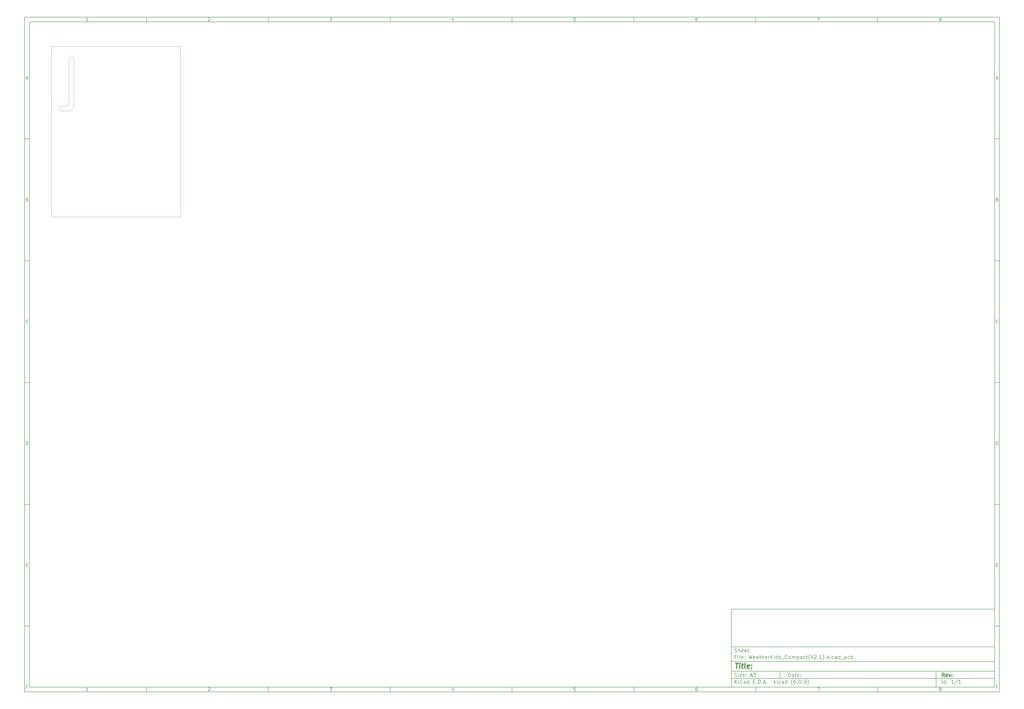
<source format=gbr>
%TF.GenerationSoftware,KiCad,Pcbnew,(6.0.9)*%
%TF.CreationDate,2023-07-16T00:02:42+05:30*%
%TF.ProjectId,WeatherKids_Compact(V2.1),57656174-6865-4724-9b69-64735f436f6d,rev?*%
%TF.SameCoordinates,Original*%
%TF.FileFunction,Glue,Bot*%
%TF.FilePolarity,Positive*%
%FSLAX46Y46*%
G04 Gerber Fmt 4.6, Leading zero omitted, Abs format (unit mm)*
G04 Created by KiCad (PCBNEW (6.0.9)) date 2023-07-16 00:02:42*
%MOMM*%
%LPD*%
G01*
G04 APERTURE LIST*
%ADD10C,0.100000*%
%ADD11C,0.150000*%
%ADD12C,0.300000*%
%ADD13C,0.400000*%
%TA.AperFunction,Profile*%
%ADD14C,0.050000*%
%TD*%
G04 APERTURE END LIST*
D10*
D11*
X299989000Y-253002200D02*
X299989000Y-285002200D01*
X407989000Y-285002200D01*
X407989000Y-253002200D01*
X299989000Y-253002200D01*
D10*
D11*
X10000000Y-10000000D02*
X10000000Y-287002200D01*
X409989000Y-287002200D01*
X409989000Y-10000000D01*
X10000000Y-10000000D01*
D10*
D11*
X12000000Y-12000000D02*
X12000000Y-285002200D01*
X407989000Y-285002200D01*
X407989000Y-12000000D01*
X12000000Y-12000000D01*
D10*
D11*
X60000000Y-12000000D02*
X60000000Y-10000000D01*
D10*
D11*
X110000000Y-12000000D02*
X110000000Y-10000000D01*
D10*
D11*
X160000000Y-12000000D02*
X160000000Y-10000000D01*
D10*
D11*
X210000000Y-12000000D02*
X210000000Y-10000000D01*
D10*
D11*
X260000000Y-12000000D02*
X260000000Y-10000000D01*
D10*
D11*
X310000000Y-12000000D02*
X310000000Y-10000000D01*
D10*
D11*
X360000000Y-12000000D02*
X360000000Y-10000000D01*
D10*
D11*
X36065476Y-11588095D02*
X35322619Y-11588095D01*
X35694047Y-11588095D02*
X35694047Y-10288095D01*
X35570238Y-10473809D01*
X35446428Y-10597619D01*
X35322619Y-10659523D01*
D10*
D11*
X85322619Y-10411904D02*
X85384523Y-10350000D01*
X85508333Y-10288095D01*
X85817857Y-10288095D01*
X85941666Y-10350000D01*
X86003571Y-10411904D01*
X86065476Y-10535714D01*
X86065476Y-10659523D01*
X86003571Y-10845238D01*
X85260714Y-11588095D01*
X86065476Y-11588095D01*
D10*
D11*
X135260714Y-10288095D02*
X136065476Y-10288095D01*
X135632142Y-10783333D01*
X135817857Y-10783333D01*
X135941666Y-10845238D01*
X136003571Y-10907142D01*
X136065476Y-11030952D01*
X136065476Y-11340476D01*
X136003571Y-11464285D01*
X135941666Y-11526190D01*
X135817857Y-11588095D01*
X135446428Y-11588095D01*
X135322619Y-11526190D01*
X135260714Y-11464285D01*
D10*
D11*
X185941666Y-10721428D02*
X185941666Y-11588095D01*
X185632142Y-10226190D02*
X185322619Y-11154761D01*
X186127380Y-11154761D01*
D10*
D11*
X236003571Y-10288095D02*
X235384523Y-10288095D01*
X235322619Y-10907142D01*
X235384523Y-10845238D01*
X235508333Y-10783333D01*
X235817857Y-10783333D01*
X235941666Y-10845238D01*
X236003571Y-10907142D01*
X236065476Y-11030952D01*
X236065476Y-11340476D01*
X236003571Y-11464285D01*
X235941666Y-11526190D01*
X235817857Y-11588095D01*
X235508333Y-11588095D01*
X235384523Y-11526190D01*
X235322619Y-11464285D01*
D10*
D11*
X285941666Y-10288095D02*
X285694047Y-10288095D01*
X285570238Y-10350000D01*
X285508333Y-10411904D01*
X285384523Y-10597619D01*
X285322619Y-10845238D01*
X285322619Y-11340476D01*
X285384523Y-11464285D01*
X285446428Y-11526190D01*
X285570238Y-11588095D01*
X285817857Y-11588095D01*
X285941666Y-11526190D01*
X286003571Y-11464285D01*
X286065476Y-11340476D01*
X286065476Y-11030952D01*
X286003571Y-10907142D01*
X285941666Y-10845238D01*
X285817857Y-10783333D01*
X285570238Y-10783333D01*
X285446428Y-10845238D01*
X285384523Y-10907142D01*
X285322619Y-11030952D01*
D10*
D11*
X335260714Y-10288095D02*
X336127380Y-10288095D01*
X335570238Y-11588095D01*
D10*
D11*
X385570238Y-10845238D02*
X385446428Y-10783333D01*
X385384523Y-10721428D01*
X385322619Y-10597619D01*
X385322619Y-10535714D01*
X385384523Y-10411904D01*
X385446428Y-10350000D01*
X385570238Y-10288095D01*
X385817857Y-10288095D01*
X385941666Y-10350000D01*
X386003571Y-10411904D01*
X386065476Y-10535714D01*
X386065476Y-10597619D01*
X386003571Y-10721428D01*
X385941666Y-10783333D01*
X385817857Y-10845238D01*
X385570238Y-10845238D01*
X385446428Y-10907142D01*
X385384523Y-10969047D01*
X385322619Y-11092857D01*
X385322619Y-11340476D01*
X385384523Y-11464285D01*
X385446428Y-11526190D01*
X385570238Y-11588095D01*
X385817857Y-11588095D01*
X385941666Y-11526190D01*
X386003571Y-11464285D01*
X386065476Y-11340476D01*
X386065476Y-11092857D01*
X386003571Y-10969047D01*
X385941666Y-10907142D01*
X385817857Y-10845238D01*
D10*
D11*
X60000000Y-285002200D02*
X60000000Y-287002200D01*
D10*
D11*
X110000000Y-285002200D02*
X110000000Y-287002200D01*
D10*
D11*
X160000000Y-285002200D02*
X160000000Y-287002200D01*
D10*
D11*
X210000000Y-285002200D02*
X210000000Y-287002200D01*
D10*
D11*
X260000000Y-285002200D02*
X260000000Y-287002200D01*
D10*
D11*
X310000000Y-285002200D02*
X310000000Y-287002200D01*
D10*
D11*
X360000000Y-285002200D02*
X360000000Y-287002200D01*
D10*
D11*
X36065476Y-286590295D02*
X35322619Y-286590295D01*
X35694047Y-286590295D02*
X35694047Y-285290295D01*
X35570238Y-285476009D01*
X35446428Y-285599819D01*
X35322619Y-285661723D01*
D10*
D11*
X85322619Y-285414104D02*
X85384523Y-285352200D01*
X85508333Y-285290295D01*
X85817857Y-285290295D01*
X85941666Y-285352200D01*
X86003571Y-285414104D01*
X86065476Y-285537914D01*
X86065476Y-285661723D01*
X86003571Y-285847438D01*
X85260714Y-286590295D01*
X86065476Y-286590295D01*
D10*
D11*
X135260714Y-285290295D02*
X136065476Y-285290295D01*
X135632142Y-285785533D01*
X135817857Y-285785533D01*
X135941666Y-285847438D01*
X136003571Y-285909342D01*
X136065476Y-286033152D01*
X136065476Y-286342676D01*
X136003571Y-286466485D01*
X135941666Y-286528390D01*
X135817857Y-286590295D01*
X135446428Y-286590295D01*
X135322619Y-286528390D01*
X135260714Y-286466485D01*
D10*
D11*
X185941666Y-285723628D02*
X185941666Y-286590295D01*
X185632142Y-285228390D02*
X185322619Y-286156961D01*
X186127380Y-286156961D01*
D10*
D11*
X236003571Y-285290295D02*
X235384523Y-285290295D01*
X235322619Y-285909342D01*
X235384523Y-285847438D01*
X235508333Y-285785533D01*
X235817857Y-285785533D01*
X235941666Y-285847438D01*
X236003571Y-285909342D01*
X236065476Y-286033152D01*
X236065476Y-286342676D01*
X236003571Y-286466485D01*
X235941666Y-286528390D01*
X235817857Y-286590295D01*
X235508333Y-286590295D01*
X235384523Y-286528390D01*
X235322619Y-286466485D01*
D10*
D11*
X285941666Y-285290295D02*
X285694047Y-285290295D01*
X285570238Y-285352200D01*
X285508333Y-285414104D01*
X285384523Y-285599819D01*
X285322619Y-285847438D01*
X285322619Y-286342676D01*
X285384523Y-286466485D01*
X285446428Y-286528390D01*
X285570238Y-286590295D01*
X285817857Y-286590295D01*
X285941666Y-286528390D01*
X286003571Y-286466485D01*
X286065476Y-286342676D01*
X286065476Y-286033152D01*
X286003571Y-285909342D01*
X285941666Y-285847438D01*
X285817857Y-285785533D01*
X285570238Y-285785533D01*
X285446428Y-285847438D01*
X285384523Y-285909342D01*
X285322619Y-286033152D01*
D10*
D11*
X335260714Y-285290295D02*
X336127380Y-285290295D01*
X335570238Y-286590295D01*
D10*
D11*
X385570238Y-285847438D02*
X385446428Y-285785533D01*
X385384523Y-285723628D01*
X385322619Y-285599819D01*
X385322619Y-285537914D01*
X385384523Y-285414104D01*
X385446428Y-285352200D01*
X385570238Y-285290295D01*
X385817857Y-285290295D01*
X385941666Y-285352200D01*
X386003571Y-285414104D01*
X386065476Y-285537914D01*
X386065476Y-285599819D01*
X386003571Y-285723628D01*
X385941666Y-285785533D01*
X385817857Y-285847438D01*
X385570238Y-285847438D01*
X385446428Y-285909342D01*
X385384523Y-285971247D01*
X385322619Y-286095057D01*
X385322619Y-286342676D01*
X385384523Y-286466485D01*
X385446428Y-286528390D01*
X385570238Y-286590295D01*
X385817857Y-286590295D01*
X385941666Y-286528390D01*
X386003571Y-286466485D01*
X386065476Y-286342676D01*
X386065476Y-286095057D01*
X386003571Y-285971247D01*
X385941666Y-285909342D01*
X385817857Y-285847438D01*
D10*
D11*
X10000000Y-60000000D02*
X12000000Y-60000000D01*
D10*
D11*
X10000000Y-110000000D02*
X12000000Y-110000000D01*
D10*
D11*
X10000000Y-160000000D02*
X12000000Y-160000000D01*
D10*
D11*
X10000000Y-210000000D02*
X12000000Y-210000000D01*
D10*
D11*
X10000000Y-260000000D02*
X12000000Y-260000000D01*
D10*
D11*
X10690476Y-35216666D02*
X11309523Y-35216666D01*
X10566666Y-35588095D02*
X11000000Y-34288095D01*
X11433333Y-35588095D01*
D10*
D11*
X11092857Y-84907142D02*
X11278571Y-84969047D01*
X11340476Y-85030952D01*
X11402380Y-85154761D01*
X11402380Y-85340476D01*
X11340476Y-85464285D01*
X11278571Y-85526190D01*
X11154761Y-85588095D01*
X10659523Y-85588095D01*
X10659523Y-84288095D01*
X11092857Y-84288095D01*
X11216666Y-84350000D01*
X11278571Y-84411904D01*
X11340476Y-84535714D01*
X11340476Y-84659523D01*
X11278571Y-84783333D01*
X11216666Y-84845238D01*
X11092857Y-84907142D01*
X10659523Y-84907142D01*
D10*
D11*
X11402380Y-135464285D02*
X11340476Y-135526190D01*
X11154761Y-135588095D01*
X11030952Y-135588095D01*
X10845238Y-135526190D01*
X10721428Y-135402380D01*
X10659523Y-135278571D01*
X10597619Y-135030952D01*
X10597619Y-134845238D01*
X10659523Y-134597619D01*
X10721428Y-134473809D01*
X10845238Y-134350000D01*
X11030952Y-134288095D01*
X11154761Y-134288095D01*
X11340476Y-134350000D01*
X11402380Y-134411904D01*
D10*
D11*
X10659523Y-185588095D02*
X10659523Y-184288095D01*
X10969047Y-184288095D01*
X11154761Y-184350000D01*
X11278571Y-184473809D01*
X11340476Y-184597619D01*
X11402380Y-184845238D01*
X11402380Y-185030952D01*
X11340476Y-185278571D01*
X11278571Y-185402380D01*
X11154761Y-185526190D01*
X10969047Y-185588095D01*
X10659523Y-185588095D01*
D10*
D11*
X10721428Y-234907142D02*
X11154761Y-234907142D01*
X11340476Y-235588095D02*
X10721428Y-235588095D01*
X10721428Y-234288095D01*
X11340476Y-234288095D01*
D10*
D11*
X11185714Y-284907142D02*
X10752380Y-284907142D01*
X10752380Y-285588095D02*
X10752380Y-284288095D01*
X11371428Y-284288095D01*
D10*
D11*
X409989000Y-60000000D02*
X407989000Y-60000000D01*
D10*
D11*
X409989000Y-110000000D02*
X407989000Y-110000000D01*
D10*
D11*
X409989000Y-160000000D02*
X407989000Y-160000000D01*
D10*
D11*
X409989000Y-210000000D02*
X407989000Y-210000000D01*
D10*
D11*
X409989000Y-260000000D02*
X407989000Y-260000000D01*
D10*
D11*
X408679476Y-35216666D02*
X409298523Y-35216666D01*
X408555666Y-35588095D02*
X408989000Y-34288095D01*
X409422333Y-35588095D01*
D10*
D11*
X409081857Y-84907142D02*
X409267571Y-84969047D01*
X409329476Y-85030952D01*
X409391380Y-85154761D01*
X409391380Y-85340476D01*
X409329476Y-85464285D01*
X409267571Y-85526190D01*
X409143761Y-85588095D01*
X408648523Y-85588095D01*
X408648523Y-84288095D01*
X409081857Y-84288095D01*
X409205666Y-84350000D01*
X409267571Y-84411904D01*
X409329476Y-84535714D01*
X409329476Y-84659523D01*
X409267571Y-84783333D01*
X409205666Y-84845238D01*
X409081857Y-84907142D01*
X408648523Y-84907142D01*
D10*
D11*
X409391380Y-135464285D02*
X409329476Y-135526190D01*
X409143761Y-135588095D01*
X409019952Y-135588095D01*
X408834238Y-135526190D01*
X408710428Y-135402380D01*
X408648523Y-135278571D01*
X408586619Y-135030952D01*
X408586619Y-134845238D01*
X408648523Y-134597619D01*
X408710428Y-134473809D01*
X408834238Y-134350000D01*
X409019952Y-134288095D01*
X409143761Y-134288095D01*
X409329476Y-134350000D01*
X409391380Y-134411904D01*
D10*
D11*
X408648523Y-185588095D02*
X408648523Y-184288095D01*
X408958047Y-184288095D01*
X409143761Y-184350000D01*
X409267571Y-184473809D01*
X409329476Y-184597619D01*
X409391380Y-184845238D01*
X409391380Y-185030952D01*
X409329476Y-185278571D01*
X409267571Y-185402380D01*
X409143761Y-185526190D01*
X408958047Y-185588095D01*
X408648523Y-185588095D01*
D10*
D11*
X408710428Y-234907142D02*
X409143761Y-234907142D01*
X409329476Y-235588095D02*
X408710428Y-235588095D01*
X408710428Y-234288095D01*
X409329476Y-234288095D01*
D10*
D11*
X409174714Y-284907142D02*
X408741380Y-284907142D01*
X408741380Y-285588095D02*
X408741380Y-284288095D01*
X409360428Y-284288095D01*
D10*
D11*
X323421142Y-280780771D02*
X323421142Y-279280771D01*
X323778285Y-279280771D01*
X323992571Y-279352200D01*
X324135428Y-279495057D01*
X324206857Y-279637914D01*
X324278285Y-279923628D01*
X324278285Y-280137914D01*
X324206857Y-280423628D01*
X324135428Y-280566485D01*
X323992571Y-280709342D01*
X323778285Y-280780771D01*
X323421142Y-280780771D01*
X325564000Y-280780771D02*
X325564000Y-279995057D01*
X325492571Y-279852200D01*
X325349714Y-279780771D01*
X325064000Y-279780771D01*
X324921142Y-279852200D01*
X325564000Y-280709342D02*
X325421142Y-280780771D01*
X325064000Y-280780771D01*
X324921142Y-280709342D01*
X324849714Y-280566485D01*
X324849714Y-280423628D01*
X324921142Y-280280771D01*
X325064000Y-280209342D01*
X325421142Y-280209342D01*
X325564000Y-280137914D01*
X326064000Y-279780771D02*
X326635428Y-279780771D01*
X326278285Y-279280771D02*
X326278285Y-280566485D01*
X326349714Y-280709342D01*
X326492571Y-280780771D01*
X326635428Y-280780771D01*
X327706857Y-280709342D02*
X327564000Y-280780771D01*
X327278285Y-280780771D01*
X327135428Y-280709342D01*
X327064000Y-280566485D01*
X327064000Y-279995057D01*
X327135428Y-279852200D01*
X327278285Y-279780771D01*
X327564000Y-279780771D01*
X327706857Y-279852200D01*
X327778285Y-279995057D01*
X327778285Y-280137914D01*
X327064000Y-280280771D01*
X328421142Y-280637914D02*
X328492571Y-280709342D01*
X328421142Y-280780771D01*
X328349714Y-280709342D01*
X328421142Y-280637914D01*
X328421142Y-280780771D01*
X328421142Y-279852200D02*
X328492571Y-279923628D01*
X328421142Y-279995057D01*
X328349714Y-279923628D01*
X328421142Y-279852200D01*
X328421142Y-279995057D01*
D10*
D11*
X299989000Y-281502200D02*
X407989000Y-281502200D01*
D10*
D11*
X301421142Y-283580771D02*
X301421142Y-282080771D01*
X302278285Y-283580771D02*
X301635428Y-282723628D01*
X302278285Y-282080771D02*
X301421142Y-282937914D01*
X302921142Y-283580771D02*
X302921142Y-282580771D01*
X302921142Y-282080771D02*
X302849714Y-282152200D01*
X302921142Y-282223628D01*
X302992571Y-282152200D01*
X302921142Y-282080771D01*
X302921142Y-282223628D01*
X304492571Y-283437914D02*
X304421142Y-283509342D01*
X304206857Y-283580771D01*
X304064000Y-283580771D01*
X303849714Y-283509342D01*
X303706857Y-283366485D01*
X303635428Y-283223628D01*
X303564000Y-282937914D01*
X303564000Y-282723628D01*
X303635428Y-282437914D01*
X303706857Y-282295057D01*
X303849714Y-282152200D01*
X304064000Y-282080771D01*
X304206857Y-282080771D01*
X304421142Y-282152200D01*
X304492571Y-282223628D01*
X305778285Y-283580771D02*
X305778285Y-282795057D01*
X305706857Y-282652200D01*
X305564000Y-282580771D01*
X305278285Y-282580771D01*
X305135428Y-282652200D01*
X305778285Y-283509342D02*
X305635428Y-283580771D01*
X305278285Y-283580771D01*
X305135428Y-283509342D01*
X305064000Y-283366485D01*
X305064000Y-283223628D01*
X305135428Y-283080771D01*
X305278285Y-283009342D01*
X305635428Y-283009342D01*
X305778285Y-282937914D01*
X307135428Y-283580771D02*
X307135428Y-282080771D01*
X307135428Y-283509342D02*
X306992571Y-283580771D01*
X306706857Y-283580771D01*
X306564000Y-283509342D01*
X306492571Y-283437914D01*
X306421142Y-283295057D01*
X306421142Y-282866485D01*
X306492571Y-282723628D01*
X306564000Y-282652200D01*
X306706857Y-282580771D01*
X306992571Y-282580771D01*
X307135428Y-282652200D01*
X308992571Y-282795057D02*
X309492571Y-282795057D01*
X309706857Y-283580771D02*
X308992571Y-283580771D01*
X308992571Y-282080771D01*
X309706857Y-282080771D01*
X310349714Y-283437914D02*
X310421142Y-283509342D01*
X310349714Y-283580771D01*
X310278285Y-283509342D01*
X310349714Y-283437914D01*
X310349714Y-283580771D01*
X311064000Y-283580771D02*
X311064000Y-282080771D01*
X311421142Y-282080771D01*
X311635428Y-282152200D01*
X311778285Y-282295057D01*
X311849714Y-282437914D01*
X311921142Y-282723628D01*
X311921142Y-282937914D01*
X311849714Y-283223628D01*
X311778285Y-283366485D01*
X311635428Y-283509342D01*
X311421142Y-283580771D01*
X311064000Y-283580771D01*
X312564000Y-283437914D02*
X312635428Y-283509342D01*
X312564000Y-283580771D01*
X312492571Y-283509342D01*
X312564000Y-283437914D01*
X312564000Y-283580771D01*
X313206857Y-283152200D02*
X313921142Y-283152200D01*
X313064000Y-283580771D02*
X313564000Y-282080771D01*
X314064000Y-283580771D01*
X314564000Y-283437914D02*
X314635428Y-283509342D01*
X314564000Y-283580771D01*
X314492571Y-283509342D01*
X314564000Y-283437914D01*
X314564000Y-283580771D01*
X317564000Y-283580771D02*
X317564000Y-282080771D01*
X317706857Y-283009342D02*
X318135428Y-283580771D01*
X318135428Y-282580771D02*
X317564000Y-283152200D01*
X318778285Y-283580771D02*
X318778285Y-282580771D01*
X318778285Y-282080771D02*
X318706857Y-282152200D01*
X318778285Y-282223628D01*
X318849714Y-282152200D01*
X318778285Y-282080771D01*
X318778285Y-282223628D01*
X320135428Y-283509342D02*
X319992571Y-283580771D01*
X319706857Y-283580771D01*
X319564000Y-283509342D01*
X319492571Y-283437914D01*
X319421142Y-283295057D01*
X319421142Y-282866485D01*
X319492571Y-282723628D01*
X319564000Y-282652200D01*
X319706857Y-282580771D01*
X319992571Y-282580771D01*
X320135428Y-282652200D01*
X321421142Y-283580771D02*
X321421142Y-282795057D01*
X321349714Y-282652200D01*
X321206857Y-282580771D01*
X320921142Y-282580771D01*
X320778285Y-282652200D01*
X321421142Y-283509342D02*
X321278285Y-283580771D01*
X320921142Y-283580771D01*
X320778285Y-283509342D01*
X320706857Y-283366485D01*
X320706857Y-283223628D01*
X320778285Y-283080771D01*
X320921142Y-283009342D01*
X321278285Y-283009342D01*
X321421142Y-282937914D01*
X322778285Y-283580771D02*
X322778285Y-282080771D01*
X322778285Y-283509342D02*
X322635428Y-283580771D01*
X322349714Y-283580771D01*
X322206857Y-283509342D01*
X322135428Y-283437914D01*
X322064000Y-283295057D01*
X322064000Y-282866485D01*
X322135428Y-282723628D01*
X322206857Y-282652200D01*
X322349714Y-282580771D01*
X322635428Y-282580771D01*
X322778285Y-282652200D01*
X325064000Y-284152200D02*
X324992571Y-284080771D01*
X324849714Y-283866485D01*
X324778285Y-283723628D01*
X324706857Y-283509342D01*
X324635428Y-283152200D01*
X324635428Y-282866485D01*
X324706857Y-282509342D01*
X324778285Y-282295057D01*
X324849714Y-282152200D01*
X324992571Y-281937914D01*
X325064000Y-281866485D01*
X326278285Y-282080771D02*
X325992571Y-282080771D01*
X325849714Y-282152200D01*
X325778285Y-282223628D01*
X325635428Y-282437914D01*
X325564000Y-282723628D01*
X325564000Y-283295057D01*
X325635428Y-283437914D01*
X325706857Y-283509342D01*
X325849714Y-283580771D01*
X326135428Y-283580771D01*
X326278285Y-283509342D01*
X326349714Y-283437914D01*
X326421142Y-283295057D01*
X326421142Y-282937914D01*
X326349714Y-282795057D01*
X326278285Y-282723628D01*
X326135428Y-282652200D01*
X325849714Y-282652200D01*
X325706857Y-282723628D01*
X325635428Y-282795057D01*
X325564000Y-282937914D01*
X327064000Y-283437914D02*
X327135428Y-283509342D01*
X327064000Y-283580771D01*
X326992571Y-283509342D01*
X327064000Y-283437914D01*
X327064000Y-283580771D01*
X328064000Y-282080771D02*
X328206857Y-282080771D01*
X328349714Y-282152200D01*
X328421142Y-282223628D01*
X328492571Y-282366485D01*
X328564000Y-282652200D01*
X328564000Y-283009342D01*
X328492571Y-283295057D01*
X328421142Y-283437914D01*
X328349714Y-283509342D01*
X328206857Y-283580771D01*
X328064000Y-283580771D01*
X327921142Y-283509342D01*
X327849714Y-283437914D01*
X327778285Y-283295057D01*
X327706857Y-283009342D01*
X327706857Y-282652200D01*
X327778285Y-282366485D01*
X327849714Y-282223628D01*
X327921142Y-282152200D01*
X328064000Y-282080771D01*
X329206857Y-283437914D02*
X329278285Y-283509342D01*
X329206857Y-283580771D01*
X329135428Y-283509342D01*
X329206857Y-283437914D01*
X329206857Y-283580771D01*
X329992571Y-283580771D02*
X330278285Y-283580771D01*
X330421142Y-283509342D01*
X330492571Y-283437914D01*
X330635428Y-283223628D01*
X330706857Y-282937914D01*
X330706857Y-282366485D01*
X330635428Y-282223628D01*
X330564000Y-282152200D01*
X330421142Y-282080771D01*
X330135428Y-282080771D01*
X329992571Y-282152200D01*
X329921142Y-282223628D01*
X329849714Y-282366485D01*
X329849714Y-282723628D01*
X329921142Y-282866485D01*
X329992571Y-282937914D01*
X330135428Y-283009342D01*
X330421142Y-283009342D01*
X330564000Y-282937914D01*
X330635428Y-282866485D01*
X330706857Y-282723628D01*
X331206857Y-284152200D02*
X331278285Y-284080771D01*
X331421142Y-283866485D01*
X331492571Y-283723628D01*
X331564000Y-283509342D01*
X331635428Y-283152200D01*
X331635428Y-282866485D01*
X331564000Y-282509342D01*
X331492571Y-282295057D01*
X331421142Y-282152200D01*
X331278285Y-281937914D01*
X331206857Y-281866485D01*
D10*
D11*
X299989000Y-278502200D02*
X407989000Y-278502200D01*
D10*
D12*
X387398285Y-280780771D02*
X386898285Y-280066485D01*
X386541142Y-280780771D02*
X386541142Y-279280771D01*
X387112571Y-279280771D01*
X387255428Y-279352200D01*
X387326857Y-279423628D01*
X387398285Y-279566485D01*
X387398285Y-279780771D01*
X387326857Y-279923628D01*
X387255428Y-279995057D01*
X387112571Y-280066485D01*
X386541142Y-280066485D01*
X388612571Y-280709342D02*
X388469714Y-280780771D01*
X388184000Y-280780771D01*
X388041142Y-280709342D01*
X387969714Y-280566485D01*
X387969714Y-279995057D01*
X388041142Y-279852200D01*
X388184000Y-279780771D01*
X388469714Y-279780771D01*
X388612571Y-279852200D01*
X388684000Y-279995057D01*
X388684000Y-280137914D01*
X387969714Y-280280771D01*
X389184000Y-279780771D02*
X389541142Y-280780771D01*
X389898285Y-279780771D01*
X390469714Y-280637914D02*
X390541142Y-280709342D01*
X390469714Y-280780771D01*
X390398285Y-280709342D01*
X390469714Y-280637914D01*
X390469714Y-280780771D01*
X390469714Y-279852200D02*
X390541142Y-279923628D01*
X390469714Y-279995057D01*
X390398285Y-279923628D01*
X390469714Y-279852200D01*
X390469714Y-279995057D01*
D10*
D11*
X301349714Y-280709342D02*
X301564000Y-280780771D01*
X301921142Y-280780771D01*
X302064000Y-280709342D01*
X302135428Y-280637914D01*
X302206857Y-280495057D01*
X302206857Y-280352200D01*
X302135428Y-280209342D01*
X302064000Y-280137914D01*
X301921142Y-280066485D01*
X301635428Y-279995057D01*
X301492571Y-279923628D01*
X301421142Y-279852200D01*
X301349714Y-279709342D01*
X301349714Y-279566485D01*
X301421142Y-279423628D01*
X301492571Y-279352200D01*
X301635428Y-279280771D01*
X301992571Y-279280771D01*
X302206857Y-279352200D01*
X302849714Y-280780771D02*
X302849714Y-279780771D01*
X302849714Y-279280771D02*
X302778285Y-279352200D01*
X302849714Y-279423628D01*
X302921142Y-279352200D01*
X302849714Y-279280771D01*
X302849714Y-279423628D01*
X303421142Y-279780771D02*
X304206857Y-279780771D01*
X303421142Y-280780771D01*
X304206857Y-280780771D01*
X305349714Y-280709342D02*
X305206857Y-280780771D01*
X304921142Y-280780771D01*
X304778285Y-280709342D01*
X304706857Y-280566485D01*
X304706857Y-279995057D01*
X304778285Y-279852200D01*
X304921142Y-279780771D01*
X305206857Y-279780771D01*
X305349714Y-279852200D01*
X305421142Y-279995057D01*
X305421142Y-280137914D01*
X304706857Y-280280771D01*
X306064000Y-280637914D02*
X306135428Y-280709342D01*
X306064000Y-280780771D01*
X305992571Y-280709342D01*
X306064000Y-280637914D01*
X306064000Y-280780771D01*
X306064000Y-279852200D02*
X306135428Y-279923628D01*
X306064000Y-279995057D01*
X305992571Y-279923628D01*
X306064000Y-279852200D01*
X306064000Y-279995057D01*
X307849714Y-280352200D02*
X308564000Y-280352200D01*
X307706857Y-280780771D02*
X308206857Y-279280771D01*
X308706857Y-280780771D01*
X309064000Y-279280771D02*
X309992571Y-279280771D01*
X309492571Y-279852200D01*
X309706857Y-279852200D01*
X309849714Y-279923628D01*
X309921142Y-279995057D01*
X309992571Y-280137914D01*
X309992571Y-280495057D01*
X309921142Y-280637914D01*
X309849714Y-280709342D01*
X309706857Y-280780771D01*
X309278285Y-280780771D01*
X309135428Y-280709342D01*
X309064000Y-280637914D01*
D10*
D11*
X386421142Y-283580771D02*
X386421142Y-282080771D01*
X387778285Y-283580771D02*
X387778285Y-282080771D01*
X387778285Y-283509342D02*
X387635428Y-283580771D01*
X387349714Y-283580771D01*
X387206857Y-283509342D01*
X387135428Y-283437914D01*
X387064000Y-283295057D01*
X387064000Y-282866485D01*
X387135428Y-282723628D01*
X387206857Y-282652200D01*
X387349714Y-282580771D01*
X387635428Y-282580771D01*
X387778285Y-282652200D01*
X388492571Y-283437914D02*
X388564000Y-283509342D01*
X388492571Y-283580771D01*
X388421142Y-283509342D01*
X388492571Y-283437914D01*
X388492571Y-283580771D01*
X388492571Y-282652200D02*
X388564000Y-282723628D01*
X388492571Y-282795057D01*
X388421142Y-282723628D01*
X388492571Y-282652200D01*
X388492571Y-282795057D01*
X391135428Y-283580771D02*
X390278285Y-283580771D01*
X390706857Y-283580771D02*
X390706857Y-282080771D01*
X390564000Y-282295057D01*
X390421142Y-282437914D01*
X390278285Y-282509342D01*
X392849714Y-282009342D02*
X391564000Y-283937914D01*
X394135428Y-283580771D02*
X393278285Y-283580771D01*
X393706857Y-283580771D02*
X393706857Y-282080771D01*
X393564000Y-282295057D01*
X393421142Y-282437914D01*
X393278285Y-282509342D01*
D10*
D11*
X299989000Y-274502200D02*
X407989000Y-274502200D01*
D10*
D13*
X301701380Y-275206961D02*
X302844238Y-275206961D01*
X302022809Y-277206961D02*
X302272809Y-275206961D01*
X303260904Y-277206961D02*
X303427571Y-275873628D01*
X303510904Y-275206961D02*
X303403761Y-275302200D01*
X303487095Y-275397438D01*
X303594238Y-275302200D01*
X303510904Y-275206961D01*
X303487095Y-275397438D01*
X304094238Y-275873628D02*
X304856142Y-275873628D01*
X304463285Y-275206961D02*
X304249000Y-276921247D01*
X304320428Y-277111723D01*
X304499000Y-277206961D01*
X304689476Y-277206961D01*
X305641857Y-277206961D02*
X305463285Y-277111723D01*
X305391857Y-276921247D01*
X305606142Y-275206961D01*
X307177571Y-277111723D02*
X306975190Y-277206961D01*
X306594238Y-277206961D01*
X306415666Y-277111723D01*
X306344238Y-276921247D01*
X306439476Y-276159342D01*
X306558523Y-275968866D01*
X306760904Y-275873628D01*
X307141857Y-275873628D01*
X307320428Y-275968866D01*
X307391857Y-276159342D01*
X307368047Y-276349819D01*
X306391857Y-276540295D01*
X308141857Y-277016485D02*
X308225190Y-277111723D01*
X308118047Y-277206961D01*
X308034714Y-277111723D01*
X308141857Y-277016485D01*
X308118047Y-277206961D01*
X308272809Y-275968866D02*
X308356142Y-276064104D01*
X308249000Y-276159342D01*
X308165666Y-276064104D01*
X308272809Y-275968866D01*
X308249000Y-276159342D01*
D10*
D11*
X301921142Y-272595057D02*
X301421142Y-272595057D01*
X301421142Y-273380771D02*
X301421142Y-271880771D01*
X302135428Y-271880771D01*
X302706857Y-273380771D02*
X302706857Y-272380771D01*
X302706857Y-271880771D02*
X302635428Y-271952200D01*
X302706857Y-272023628D01*
X302778285Y-271952200D01*
X302706857Y-271880771D01*
X302706857Y-272023628D01*
X303635428Y-273380771D02*
X303492571Y-273309342D01*
X303421142Y-273166485D01*
X303421142Y-271880771D01*
X304778285Y-273309342D02*
X304635428Y-273380771D01*
X304349714Y-273380771D01*
X304206857Y-273309342D01*
X304135428Y-273166485D01*
X304135428Y-272595057D01*
X304206857Y-272452200D01*
X304349714Y-272380771D01*
X304635428Y-272380771D01*
X304778285Y-272452200D01*
X304849714Y-272595057D01*
X304849714Y-272737914D01*
X304135428Y-272880771D01*
X305492571Y-273237914D02*
X305564000Y-273309342D01*
X305492571Y-273380771D01*
X305421142Y-273309342D01*
X305492571Y-273237914D01*
X305492571Y-273380771D01*
X305492571Y-272452200D02*
X305564000Y-272523628D01*
X305492571Y-272595057D01*
X305421142Y-272523628D01*
X305492571Y-272452200D01*
X305492571Y-272595057D01*
X307206857Y-271880771D02*
X307564000Y-273380771D01*
X307849714Y-272309342D01*
X308135428Y-273380771D01*
X308492571Y-271880771D01*
X309635428Y-273309342D02*
X309492571Y-273380771D01*
X309206857Y-273380771D01*
X309064000Y-273309342D01*
X308992571Y-273166485D01*
X308992571Y-272595057D01*
X309064000Y-272452200D01*
X309206857Y-272380771D01*
X309492571Y-272380771D01*
X309635428Y-272452200D01*
X309706857Y-272595057D01*
X309706857Y-272737914D01*
X308992571Y-272880771D01*
X310992571Y-273380771D02*
X310992571Y-272595057D01*
X310921142Y-272452200D01*
X310778285Y-272380771D01*
X310492571Y-272380771D01*
X310349714Y-272452200D01*
X310992571Y-273309342D02*
X310849714Y-273380771D01*
X310492571Y-273380771D01*
X310349714Y-273309342D01*
X310278285Y-273166485D01*
X310278285Y-273023628D01*
X310349714Y-272880771D01*
X310492571Y-272809342D01*
X310849714Y-272809342D01*
X310992571Y-272737914D01*
X311492571Y-272380771D02*
X312064000Y-272380771D01*
X311706857Y-271880771D02*
X311706857Y-273166485D01*
X311778285Y-273309342D01*
X311921142Y-273380771D01*
X312064000Y-273380771D01*
X312564000Y-273380771D02*
X312564000Y-271880771D01*
X313206857Y-273380771D02*
X313206857Y-272595057D01*
X313135428Y-272452200D01*
X312992571Y-272380771D01*
X312778285Y-272380771D01*
X312635428Y-272452200D01*
X312564000Y-272523628D01*
X314492571Y-273309342D02*
X314349714Y-273380771D01*
X314064000Y-273380771D01*
X313921142Y-273309342D01*
X313849714Y-273166485D01*
X313849714Y-272595057D01*
X313921142Y-272452200D01*
X314064000Y-272380771D01*
X314349714Y-272380771D01*
X314492571Y-272452200D01*
X314564000Y-272595057D01*
X314564000Y-272737914D01*
X313849714Y-272880771D01*
X315206857Y-273380771D02*
X315206857Y-272380771D01*
X315206857Y-272666485D02*
X315278285Y-272523628D01*
X315349714Y-272452200D01*
X315492571Y-272380771D01*
X315635428Y-272380771D01*
X316135428Y-273380771D02*
X316135428Y-271880771D01*
X316992571Y-273380771D02*
X316349714Y-272523628D01*
X316992571Y-271880771D02*
X316135428Y-272737914D01*
X317635428Y-273380771D02*
X317635428Y-272380771D01*
X317635428Y-271880771D02*
X317564000Y-271952200D01*
X317635428Y-272023628D01*
X317706857Y-271952200D01*
X317635428Y-271880771D01*
X317635428Y-272023628D01*
X318992571Y-273380771D02*
X318992571Y-271880771D01*
X318992571Y-273309342D02*
X318849714Y-273380771D01*
X318564000Y-273380771D01*
X318421142Y-273309342D01*
X318349714Y-273237914D01*
X318278285Y-273095057D01*
X318278285Y-272666485D01*
X318349714Y-272523628D01*
X318421142Y-272452200D01*
X318564000Y-272380771D01*
X318849714Y-272380771D01*
X318992571Y-272452200D01*
X319635428Y-273309342D02*
X319778285Y-273380771D01*
X320064000Y-273380771D01*
X320206857Y-273309342D01*
X320278285Y-273166485D01*
X320278285Y-273095057D01*
X320206857Y-272952200D01*
X320064000Y-272880771D01*
X319849714Y-272880771D01*
X319706857Y-272809342D01*
X319635428Y-272666485D01*
X319635428Y-272595057D01*
X319706857Y-272452200D01*
X319849714Y-272380771D01*
X320064000Y-272380771D01*
X320206857Y-272452200D01*
X320564000Y-273523628D02*
X321706857Y-273523628D01*
X322921142Y-273237914D02*
X322849714Y-273309342D01*
X322635428Y-273380771D01*
X322492571Y-273380771D01*
X322278285Y-273309342D01*
X322135428Y-273166485D01*
X322064000Y-273023628D01*
X321992571Y-272737914D01*
X321992571Y-272523628D01*
X322064000Y-272237914D01*
X322135428Y-272095057D01*
X322278285Y-271952200D01*
X322492571Y-271880771D01*
X322635428Y-271880771D01*
X322849714Y-271952200D01*
X322921142Y-272023628D01*
X323778285Y-273380771D02*
X323635428Y-273309342D01*
X323564000Y-273237914D01*
X323492571Y-273095057D01*
X323492571Y-272666485D01*
X323564000Y-272523628D01*
X323635428Y-272452200D01*
X323778285Y-272380771D01*
X323992571Y-272380771D01*
X324135428Y-272452200D01*
X324206857Y-272523628D01*
X324278285Y-272666485D01*
X324278285Y-273095057D01*
X324206857Y-273237914D01*
X324135428Y-273309342D01*
X323992571Y-273380771D01*
X323778285Y-273380771D01*
X324921142Y-273380771D02*
X324921142Y-272380771D01*
X324921142Y-272523628D02*
X324992571Y-272452200D01*
X325135428Y-272380771D01*
X325349714Y-272380771D01*
X325492571Y-272452200D01*
X325564000Y-272595057D01*
X325564000Y-273380771D01*
X325564000Y-272595057D02*
X325635428Y-272452200D01*
X325778285Y-272380771D01*
X325992571Y-272380771D01*
X326135428Y-272452200D01*
X326206857Y-272595057D01*
X326206857Y-273380771D01*
X326921142Y-272380771D02*
X326921142Y-273880771D01*
X326921142Y-272452200D02*
X327064000Y-272380771D01*
X327349714Y-272380771D01*
X327492571Y-272452200D01*
X327564000Y-272523628D01*
X327635428Y-272666485D01*
X327635428Y-273095057D01*
X327564000Y-273237914D01*
X327492571Y-273309342D01*
X327349714Y-273380771D01*
X327064000Y-273380771D01*
X326921142Y-273309342D01*
X328921142Y-273380771D02*
X328921142Y-272595057D01*
X328849714Y-272452200D01*
X328706857Y-272380771D01*
X328421142Y-272380771D01*
X328278285Y-272452200D01*
X328921142Y-273309342D02*
X328778285Y-273380771D01*
X328421142Y-273380771D01*
X328278285Y-273309342D01*
X328206857Y-273166485D01*
X328206857Y-273023628D01*
X328278285Y-272880771D01*
X328421142Y-272809342D01*
X328778285Y-272809342D01*
X328921142Y-272737914D01*
X330278285Y-273309342D02*
X330135428Y-273380771D01*
X329849714Y-273380771D01*
X329706857Y-273309342D01*
X329635428Y-273237914D01*
X329564000Y-273095057D01*
X329564000Y-272666485D01*
X329635428Y-272523628D01*
X329706857Y-272452200D01*
X329849714Y-272380771D01*
X330135428Y-272380771D01*
X330278285Y-272452200D01*
X330706857Y-272380771D02*
X331278285Y-272380771D01*
X330921142Y-271880771D02*
X330921142Y-273166485D01*
X330992571Y-273309342D01*
X331135428Y-273380771D01*
X331278285Y-273380771D01*
X332206857Y-273952200D02*
X332135428Y-273880771D01*
X331992571Y-273666485D01*
X331921142Y-273523628D01*
X331849714Y-273309342D01*
X331778285Y-272952200D01*
X331778285Y-272666485D01*
X331849714Y-272309342D01*
X331921142Y-272095057D01*
X331992571Y-271952200D01*
X332135428Y-271737914D01*
X332206857Y-271666485D01*
X332564000Y-271880771D02*
X333064000Y-273380771D01*
X333564000Y-271880771D01*
X333992571Y-272023628D02*
X334064000Y-271952200D01*
X334206857Y-271880771D01*
X334564000Y-271880771D01*
X334706857Y-271952200D01*
X334778285Y-272023628D01*
X334849714Y-272166485D01*
X334849714Y-272309342D01*
X334778285Y-272523628D01*
X333921142Y-273380771D01*
X334849714Y-273380771D01*
X335492571Y-273237914D02*
X335564000Y-273309342D01*
X335492571Y-273380771D01*
X335421142Y-273309342D01*
X335492571Y-273237914D01*
X335492571Y-273380771D01*
X336992571Y-273380771D02*
X336135428Y-273380771D01*
X336564000Y-273380771D02*
X336564000Y-271880771D01*
X336421142Y-272095057D01*
X336278285Y-272237914D01*
X336135428Y-272309342D01*
X337492571Y-273952200D02*
X337564000Y-273880771D01*
X337706857Y-273666485D01*
X337778285Y-273523628D01*
X337849714Y-273309342D01*
X337921142Y-272952200D01*
X337921142Y-272666485D01*
X337849714Y-272309342D01*
X337778285Y-272095057D01*
X337706857Y-271952200D01*
X337564000Y-271737914D01*
X337492571Y-271666485D01*
X338635428Y-273237914D02*
X338706857Y-273309342D01*
X338635428Y-273380771D01*
X338564000Y-273309342D01*
X338635428Y-273237914D01*
X338635428Y-273380771D01*
X339349714Y-273380771D02*
X339349714Y-271880771D01*
X339492571Y-272809342D02*
X339921142Y-273380771D01*
X339921142Y-272380771D02*
X339349714Y-272952200D01*
X340564000Y-273380771D02*
X340564000Y-272380771D01*
X340564000Y-271880771D02*
X340492571Y-271952200D01*
X340564000Y-272023628D01*
X340635428Y-271952200D01*
X340564000Y-271880771D01*
X340564000Y-272023628D01*
X341921142Y-273309342D02*
X341778285Y-273380771D01*
X341492571Y-273380771D01*
X341349714Y-273309342D01*
X341278285Y-273237914D01*
X341206857Y-273095057D01*
X341206857Y-272666485D01*
X341278285Y-272523628D01*
X341349714Y-272452200D01*
X341492571Y-272380771D01*
X341778285Y-272380771D01*
X341921142Y-272452200D01*
X343206857Y-273380771D02*
X343206857Y-272595057D01*
X343135428Y-272452200D01*
X342992571Y-272380771D01*
X342706857Y-272380771D01*
X342564000Y-272452200D01*
X343206857Y-273309342D02*
X343064000Y-273380771D01*
X342706857Y-273380771D01*
X342564000Y-273309342D01*
X342492571Y-273166485D01*
X342492571Y-273023628D01*
X342564000Y-272880771D01*
X342706857Y-272809342D01*
X343064000Y-272809342D01*
X343206857Y-272737914D01*
X344564000Y-273380771D02*
X344564000Y-271880771D01*
X344564000Y-273309342D02*
X344421142Y-273380771D01*
X344135428Y-273380771D01*
X343992571Y-273309342D01*
X343921142Y-273237914D01*
X343849714Y-273095057D01*
X343849714Y-272666485D01*
X343921142Y-272523628D01*
X343992571Y-272452200D01*
X344135428Y-272380771D01*
X344421142Y-272380771D01*
X344564000Y-272452200D01*
X344921142Y-273523628D02*
X346064000Y-273523628D01*
X346421142Y-272380771D02*
X346421142Y-273880771D01*
X346421142Y-272452200D02*
X346564000Y-272380771D01*
X346849714Y-272380771D01*
X346992571Y-272452200D01*
X347064000Y-272523628D01*
X347135428Y-272666485D01*
X347135428Y-273095057D01*
X347064000Y-273237914D01*
X346992571Y-273309342D01*
X346849714Y-273380771D01*
X346564000Y-273380771D01*
X346421142Y-273309342D01*
X348421142Y-273309342D02*
X348278285Y-273380771D01*
X347992571Y-273380771D01*
X347849714Y-273309342D01*
X347778285Y-273237914D01*
X347706857Y-273095057D01*
X347706857Y-272666485D01*
X347778285Y-272523628D01*
X347849714Y-272452200D01*
X347992571Y-272380771D01*
X348278285Y-272380771D01*
X348421142Y-272452200D01*
X349064000Y-273380771D02*
X349064000Y-271880771D01*
X349064000Y-272452200D02*
X349206857Y-272380771D01*
X349492571Y-272380771D01*
X349635428Y-272452200D01*
X349706857Y-272523628D01*
X349778285Y-272666485D01*
X349778285Y-273095057D01*
X349706857Y-273237914D01*
X349635428Y-273309342D01*
X349492571Y-273380771D01*
X349206857Y-273380771D01*
X349064000Y-273309342D01*
D10*
D11*
X299989000Y-268502200D02*
X407989000Y-268502200D01*
D10*
D11*
X301349714Y-270609342D02*
X301564000Y-270680771D01*
X301921142Y-270680771D01*
X302064000Y-270609342D01*
X302135428Y-270537914D01*
X302206857Y-270395057D01*
X302206857Y-270252200D01*
X302135428Y-270109342D01*
X302064000Y-270037914D01*
X301921142Y-269966485D01*
X301635428Y-269895057D01*
X301492571Y-269823628D01*
X301421142Y-269752200D01*
X301349714Y-269609342D01*
X301349714Y-269466485D01*
X301421142Y-269323628D01*
X301492571Y-269252200D01*
X301635428Y-269180771D01*
X301992571Y-269180771D01*
X302206857Y-269252200D01*
X302849714Y-270680771D02*
X302849714Y-269180771D01*
X303492571Y-270680771D02*
X303492571Y-269895057D01*
X303421142Y-269752200D01*
X303278285Y-269680771D01*
X303064000Y-269680771D01*
X302921142Y-269752200D01*
X302849714Y-269823628D01*
X304778285Y-270609342D02*
X304635428Y-270680771D01*
X304349714Y-270680771D01*
X304206857Y-270609342D01*
X304135428Y-270466485D01*
X304135428Y-269895057D01*
X304206857Y-269752200D01*
X304349714Y-269680771D01*
X304635428Y-269680771D01*
X304778285Y-269752200D01*
X304849714Y-269895057D01*
X304849714Y-270037914D01*
X304135428Y-270180771D01*
X306064000Y-270609342D02*
X305921142Y-270680771D01*
X305635428Y-270680771D01*
X305492571Y-270609342D01*
X305421142Y-270466485D01*
X305421142Y-269895057D01*
X305492571Y-269752200D01*
X305635428Y-269680771D01*
X305921142Y-269680771D01*
X306064000Y-269752200D01*
X306135428Y-269895057D01*
X306135428Y-270037914D01*
X305421142Y-270180771D01*
X306564000Y-269680771D02*
X307135428Y-269680771D01*
X306778285Y-269180771D02*
X306778285Y-270466485D01*
X306849714Y-270609342D01*
X306992571Y-270680771D01*
X307135428Y-270680771D01*
X307635428Y-270537914D02*
X307706857Y-270609342D01*
X307635428Y-270680771D01*
X307564000Y-270609342D01*
X307635428Y-270537914D01*
X307635428Y-270680771D01*
X307635428Y-269752200D02*
X307706857Y-269823628D01*
X307635428Y-269895057D01*
X307564000Y-269823628D01*
X307635428Y-269752200D01*
X307635428Y-269895057D01*
D10*
D12*
D10*
D11*
D10*
D11*
D10*
D11*
D10*
D11*
D10*
D11*
X319989000Y-278502200D02*
X319989000Y-281502200D01*
D10*
D11*
X383989000Y-278502200D02*
X383989000Y-285002200D01*
D14*
X21000000Y-92000000D02*
X74000000Y-92000000D01*
X25351225Y-46600000D02*
G75*
G03*
X25351225Y-48600000I50025J-1000000D01*
G01*
X30200000Y-27451225D02*
G75*
G03*
X28200000Y-27451225I-1000000J-50025D01*
G01*
X74000000Y-92000000D02*
X74000000Y-22000000D01*
X30200000Y-27451225D02*
X30200000Y-46600000D01*
X28200000Y-45600000D02*
X28200000Y-27451225D01*
X27100000Y-46600000D02*
G75*
G03*
X28200000Y-45600000I50000J1050000D01*
G01*
X21000000Y-22000000D02*
X21000000Y-92000000D01*
X74000000Y-22000000D02*
X21000000Y-22000000D01*
X28100000Y-48600000D02*
G75*
G03*
X30200000Y-46600000I50000J2050000D01*
G01*
X25351225Y-48600000D02*
X28100000Y-48600000D01*
X25351225Y-46600000D02*
X27100000Y-46600000D01*
M02*

</source>
